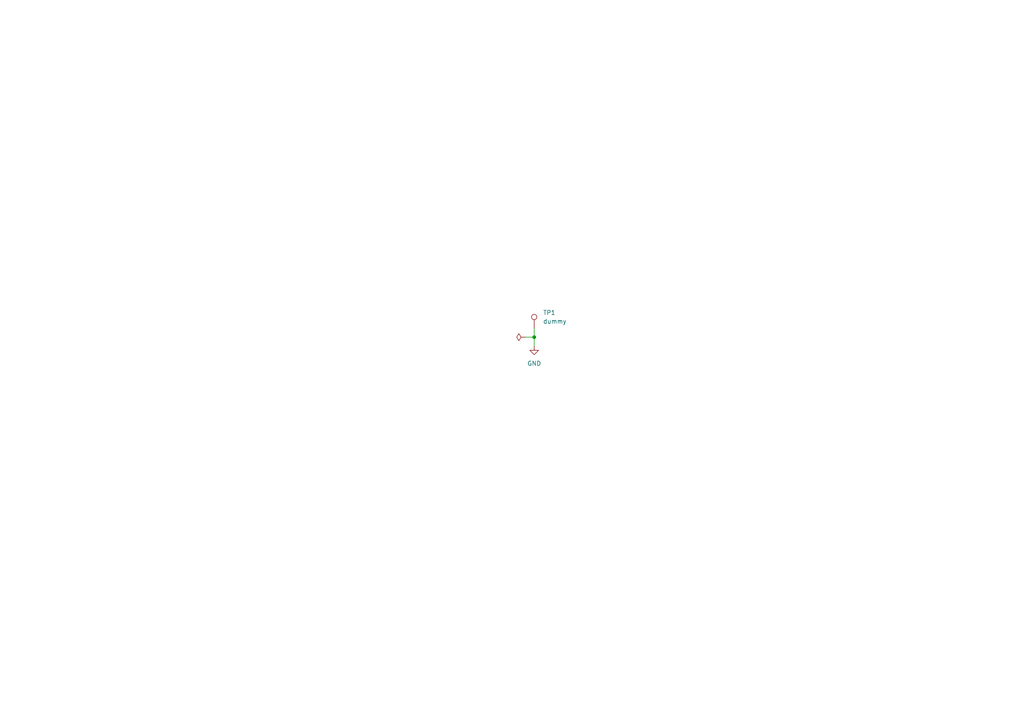
<source format=kicad_sch>
(kicad_sch (version 20230121) (generator eeschema)
  (paper "A4")
  (lib_symbols
    (symbol "Connector:TestPoint" (pin_numbers hide) (pin_names (offset 0.762) hide)
      (property "Reference" "TP" (at 0 6.858 0))
      (property "Value" "TestPoint" (at 0 5.08 0))
      (symbol "TestPoint_0_1"
        (circle (center 0 3.302) (radius 0.762))
      )
      (symbol "TestPoint_1_1"
        (pin passive line (at 0 0 90) (length 2.54) (name "1") (number "1"))
      )
    )
    (symbol "power:GND" (power) (pin_names (offset 0))
      (property "Value" "GND" (at 0 -3.81 0))
      (symbol "GND_0_1"
        (polyline (pts (xy 0 0) (xy 0 -1.27) (xy 1.27 -1.27) (xy 0 -2.54) (xy -1.27 -1.27) (xy 0 -1.27)))
      )
      (symbol "GND_1_1"
        (pin power_in line (at 0 0 270) (length 0) hide (name "GND") (number "1"))
      )
    )
    (symbol "power:PWR_FLAG" (power) (pin_numbers hide) (pin_names (offset 0) hide)
      (property "Value" "PWR_FLAG" (at 0 3.81 0))
      (symbol "PWR_FLAG_0_0"
        (pin power_out line (at 0 0 90) (length 0) (name "pwr") (number "1"))
      )
      (symbol "PWR_FLAG_0_1"
        (polyline (pts (xy 0 0) (xy 0 1.27) (xy -1.016 1.905) (xy 0 2.54) (xy 1.016 1.905) (xy 0 1.27)))
      )
    )
  )
  (junction (at 154.94 97.79))
  (wire (pts (xy 154.94 97.79) (xy 154.94 95.25)))
  (wire (pts (xy 152.4 97.79) (xy 154.94 97.79)))
  (wire (pts (xy 154.94 97.79) (xy 154.94 100.33)))
  (symbol (lib_id "Connector:TestPoint") (at 154.94 95.25 0) (unit 1)
    (property "Reference" "TP1" (at 157.48 90.6779 0) (effects (justify left)))
    (property "Value" "dummy" (at 157.48 93.2179 0) (effects (justify left)))
    (property "Footprint" "TestPoint:TestPoint_Keystone_5000-5004_Miniature" (effects hide))
  )
  (symbol (lib_id "power:PWR_FLAG") (at 152.4 97.79 90) (unit 1)
    (property "Reference" "#FLG?" (effects hide))
    (property "Value" "PWR_FLAG" (effects hide))
  )
  (symbol (lib_id "power:GND") (at 154.94 100.33 0) (unit 1)
    (property "Reference" "#PWR?" (effects hide))
    (property "Value" "GND" (at 154.94 105.41 0))
  )
)
</source>
